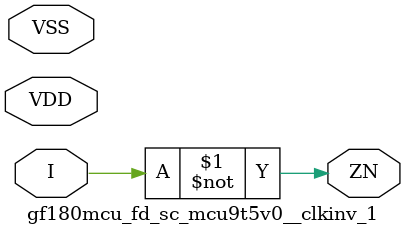
<source format=v>

module gf180mcu_fd_sc_mcu9t5v0__clkinv_1( I, ZN, VDD, VSS );
input I;
inout VDD, VSS;
output ZN;

	not MGM_BG_0( ZN, I );

endmodule

</source>
